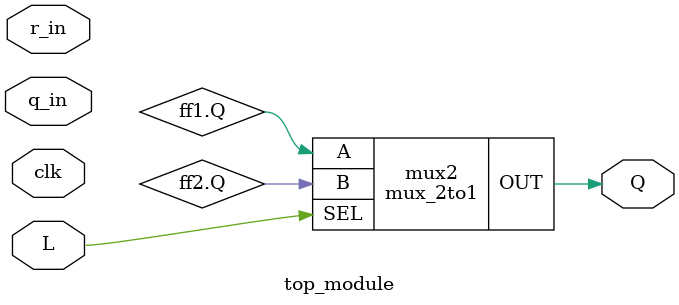
<source format=sv>
module flipflop(
	input clk,
	input D,
	output reg Q
	);
	
	always @(posedge clk) begin
		Q <= D;
	end
endmodule
module mux_2to1(
	input A,
	input B,
	input SEL,
	output reg OUT
	);
	
	always @(A or B or SEL) begin
		if (SEL == 0)
			OUT <= A;
		else
			OUT <= B;
	end
endmodule
module top_module(
	input clk,
	input L,
	input q_in,
	input r_in,
	output reg Q);
	
	wire r0, r1, r2;
	
	flipflop ff0(.clk(clk), .D(r0), .Q());
	flipflop ff1(.clk(clk), .D(r1), .Q());
	flipflop ff2(.clk(clk), .D(r2), .Q());
	
	mux_2to1 mux0(.A(q_in), .B(r_in), .SEL(L), .OUT(r0));
	mux_2to1 mux1(.A(r2), .B(ff0.Q), .SEL(L), .OUT(r1));
	mux_2to1 mux2(.A(ff1.Q), .B(ff2.Q), .SEL(L), .OUT(Q));
	
endmodule

</source>
